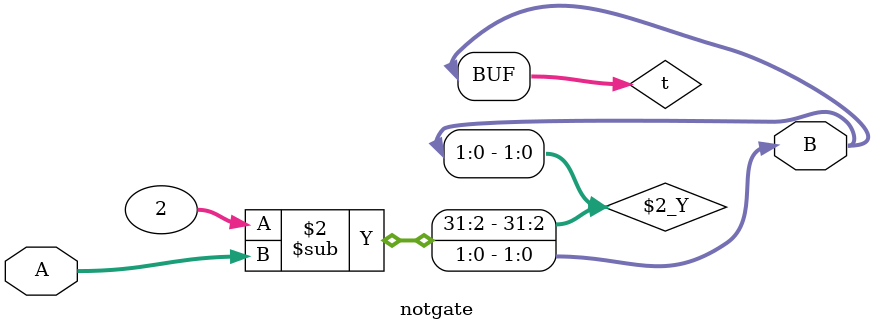
<source format=v>
module notgate(
	input [1:0] A,
	output [1:0] B
);
	//assign B[1] = ~ (A[1] | A[0]);
	//assign B[0] = A[0];
reg [1:0] t;
assign B = t;

initial
begin
 t <= 2 - A;
end

endmodule 
</source>
